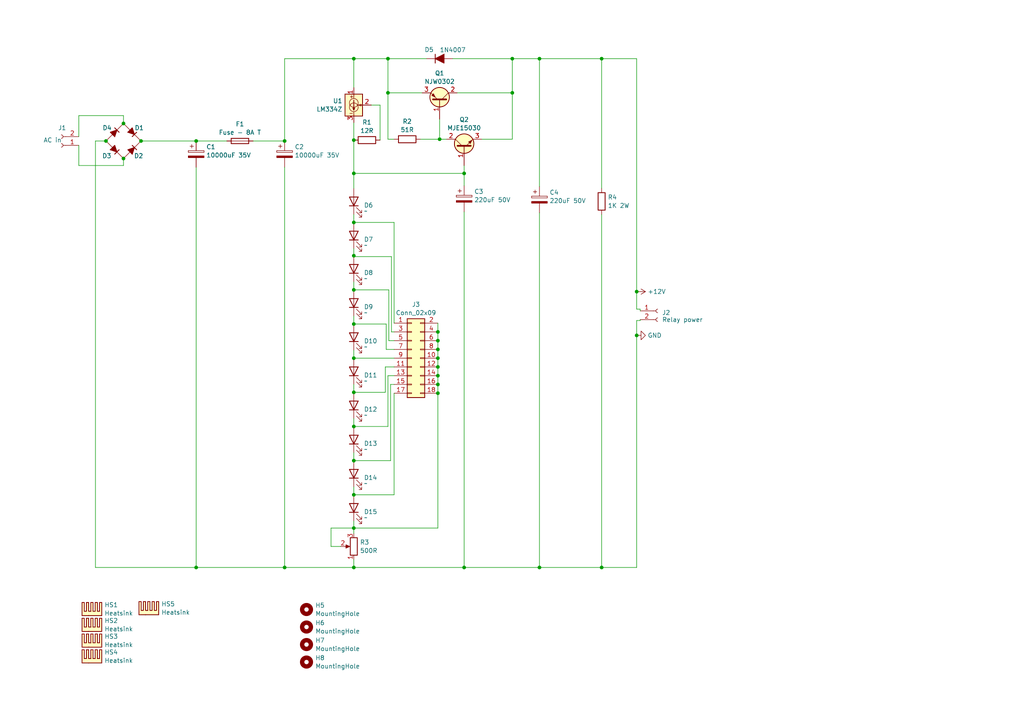
<source format=kicad_sch>
(kicad_sch (version 20231120) (generator "eeschema") (generator_version "8.0")
  (paper "A4")
  (lib_symbols
    (symbol "Connector:Conn_01x02_Socket" (pin_names (offset 1.016) hide)
      (property "Reference" "J" (at 0 2.54 0))
      (property "Value" "Conn_01x02_Socket" (at 0 -5.08 0))
      (symbol "Conn_01x02_Socket_1_1"
        (arc (start 0 -2.032) (mid -0.5058 -2.54) (end 0 -3.048) (stroke (width 0.1524)))
        (polyline (pts (xy -1.27 -2.54) (xy -0.508 -2.54)) (stroke (width 0.1524)))
        (polyline (pts (xy -1.27 0) (xy -0.508 0)) (stroke (width 0.1524)))
        (arc (start 0 0.508) (mid -0.5058 0) (end 0 -0.508) (stroke (width 0.1524)))
        (pin passive line (at -5.08 0 0) (length 3.81) (name "Pin_1") (number "1"))
        (pin passive line (at -5.08 -2.54 0) (length 3.81) (name "Pin_2") (number "2"))
      )
    )
    (symbol "Connector_Generic:Conn_02x09_Odd_Even" (pin_names (offset 1.016) hide)
      (property "Reference" "J" (at 1.27 12.7 0))
      (property "Value" "Conn_02x09_Odd_Even" (at 1.27 -12.7 0))
      (symbol "Conn_02x09_Odd_Even_1_1"
        (rectangle (start -1.27 -10.033) (end 0 -10.287) (stroke (width 0.1524)))
        (rectangle (start -1.27 -7.493) (end 0 -7.747) (stroke (width 0.1524)))
        (rectangle (start -1.27 -4.953) (end 0 -5.207) (stroke (width 0.1524)))
        (rectangle (start -1.27 -2.413) (end 0 -2.667) (stroke (width 0.1524)))
        (rectangle (start -1.27 0.127) (end 0 -0.127) (stroke (width 0.1524)))
        (rectangle (start -1.27 2.667) (end 0 2.413) (stroke (width 0.1524)))
        (rectangle (start -1.27 5.207) (end 0 4.953) (stroke (width 0.1524)))
        (rectangle (start -1.27 7.747) (end 0 7.493) (stroke (width 0.1524)))
        (rectangle (start -1.27 10.287) (end 0 10.033) (stroke (width 0.1524)))
        (rectangle (start -1.27 11.43) (end 3.81 -11.43) (stroke (width 0.254)) (fill (type background)))
        (rectangle (start 3.81 -10.033) (end 2.54 -10.287) (stroke (width 0.1524)))
        (rectangle (start 3.81 -7.493) (end 2.54 -7.747) (stroke (width 0.1524)))
        (rectangle (start 3.81 -4.953) (end 2.54 -5.207) (stroke (width 0.1524)))
        (rectangle (start 3.81 -2.413) (end 2.54 -2.667) (stroke (width 0.1524)))
        (rectangle (start 3.81 0.127) (end 2.54 -0.127) (stroke (width 0.1524)))
        (rectangle (start 3.81 2.667) (end 2.54 2.413) (stroke (width 0.1524)))
        (rectangle (start 3.81 5.207) (end 2.54 4.953) (stroke (width 0.1524)))
        (rectangle (start 3.81 7.747) (end 2.54 7.493) (stroke (width 0.1524)))
        (rectangle (start 3.81 10.287) (end 2.54 10.033) (stroke (width 0.1524)))
        (pin passive line (at -5.08 10.16 0) (length 3.81) (name "Pin_1") (number "1"))
        (pin passive line (at 7.62 0 180) (length 3.81) (name "Pin_10") (number "10"))
        (pin passive line (at -5.08 -2.54 0) (length 3.81) (name "Pin_11") (number "11"))
        (pin passive line (at 7.62 -2.54 180) (length 3.81) (name "Pin_12") (number "12"))
        (pin passive line (at -5.08 -5.08 0) (length 3.81) (name "Pin_13") (number "13"))
        (pin passive line (at 7.62 -5.08 180) (length 3.81) (name "Pin_14") (number "14"))
        (pin passive line (at -5.08 -7.62 0) (length 3.81) (name "Pin_15") (number "15"))
        (pin passive line (at 7.62 -7.62 180) (length 3.81) (name "Pin_16") (number "16"))
        (pin passive line (at -5.08 -10.16 0) (length 3.81) (name "Pin_17") (number "17"))
        (pin passive line (at 7.62 -10.16 180) (length 3.81) (name "Pin_18") (number "18"))
        (pin passive line (at 7.62 10.16 180) (length 3.81) (name "Pin_2") (number "2"))
        (pin passive line (at -5.08 7.62 0) (length 3.81) (name "Pin_3") (number "3"))
        (pin passive line (at 7.62 7.62 180) (length 3.81) (name "Pin_4") (number "4"))
        (pin passive line (at -5.08 5.08 0) (length 3.81) (name "Pin_5") (number "5"))
        (pin passive line (at 7.62 5.08 180) (length 3.81) (name "Pin_6") (number "6"))
        (pin passive line (at -5.08 2.54 0) (length 3.81) (name "Pin_7") (number "7"))
        (pin passive line (at 7.62 2.54 180) (length 3.81) (name "Pin_8") (number "8"))
        (pin passive line (at -5.08 0 0) (length 3.81) (name "Pin_9") (number "9"))
      )
    )
    (symbol "Device:C_Polarized" (pin_numbers hide) (pin_names (offset 0.254))
      (property "Reference" "C" (at 0.635 2.54 0))
      (property "Value" "C_Polarized" (at 0.635 -2.54 0))
      (symbol "C_Polarized_0_1"
        (rectangle (start -2.286 0.508) (end 2.286 1.016))
        (polyline (pts (xy -1.778 2.286) (xy -0.762 2.286)))
        (polyline (pts (xy -1.27 2.794) (xy -1.27 1.778)))
        (rectangle (start 2.286 -0.508) (end -2.286 -1.016) (fill (type outline)))
      )
      (symbol "C_Polarized_1_1"
        (pin passive line (at 0 3.81 270) (length 2.794) (name "~") (number "1"))
        (pin passive line (at 0 -3.81 90) (length 2.794) (name "~") (number "2"))
      )
    )
    (symbol "Device:D_45deg_Filled" (pin_numbers hide) (pin_names (offset 0) hide)
      (property "Reference" "D" (at 1.27 2.54 0))
      (property "Value" "D_45deg_Filled" (at 1.27 0 0))
      (symbol "D_45deg_Filled_0_1"
        (polyline (pts (xy -0.635 0.635) (xy -2.54 2.54)))
        (polyline (pts (xy 0 -1.27) (xy 1.27 0)) (stroke (width 0.254)))
        (polyline (pts (xy 2.54 -2.54) (xy 0.635 -0.635)))
      )
      (symbol "D_45deg_Filled_1_1"
        (polyline (pts (xy -1.27 0) (xy 0 1.27) (xy 0.635 -0.635) (xy -1.27 0)) (stroke (width 0.254)) (fill (type outline)))
        (pin passive line (at 2.54 -2.54 180) (length 0) (name "K") (number "1"))
        (pin passive line (at -2.54 2.54 0) (length 0) (name "A") (number "2"))
      )
    )
    (symbol "Device:D_Filled" (pin_numbers hide) (pin_names (offset 1.016) hide)
      (property "Reference" "D" (at 0 2.54 0))
      (property "Value" "D_Filled" (at 0 -2.54 0))
      (symbol "D_Filled_0_1"
        (polyline (pts (xy -1.27 1.27) (xy -1.27 -1.27)) (stroke (width 0.254)))
        (polyline (pts (xy 1.27 0) (xy -1.27 0)))
        (polyline (pts (xy 1.27 1.27) (xy 1.27 -1.27) (xy -1.27 0) (xy 1.27 1.27)) (stroke (width 0.254)) (fill (type outline)))
      )
      (symbol "D_Filled_1_1"
        (pin passive line (at -3.81 0 0) (length 2.54) (name "K") (number "1"))
        (pin passive line (at 3.81 0 180) (length 2.54) (name "A") (number "2"))
      )
    )
    (symbol "Device:Fuse" (pin_numbers hide) (pin_names (offset 0))
      (property "Reference" "F" (at 2.032 0 90))
      (property "Value" "Fuse" (at -1.905 0 90))
      (symbol "Fuse_0_1"
        (rectangle (start -0.762 -2.54) (end 0.762 2.54) (stroke (width 0.254)))
        (polyline (pts (xy 0 2.54) (xy 0 -2.54)))
      )
      (symbol "Fuse_1_1"
        (pin passive line (at 0 3.81 270) (length 1.27) (name "~") (number "1"))
        (pin passive line (at 0 -3.81 90) (length 1.27) (name "~") (number "2"))
      )
    )
    (symbol "Device:LED" (pin_numbers hide) (pin_names (offset 1.016) hide)
      (property "Reference" "D" (at 0 2.54 0))
      (property "Value" "LED" (at 0 -2.54 0))
      (symbol "LED_0_1"
        (polyline (pts (xy -1.27 -1.27) (xy -1.27 1.27)) (stroke (width 0.254)))
        (polyline (pts (xy -1.27 0) (xy 1.27 0)))
        (polyline (pts (xy 1.27 -1.27) (xy 1.27 1.27) (xy -1.27 0) (xy 1.27 -1.27)) (stroke (width 0.254)))
        (polyline (pts (xy -3.048 -0.762) (xy -4.572 -2.286) (xy -3.81 -2.286) (xy -4.572 -2.286) (xy -4.572 -1.524)))
        (polyline (pts (xy -1.778 -0.762) (xy -3.302 -2.286) (xy -2.54 -2.286) (xy -3.302 -2.286) (xy -3.302 -1.524)))
      )
      (symbol "LED_1_1"
        (pin passive line (at -3.81 0 0) (length 2.54) (name "K") (number "1"))
        (pin passive line (at 3.81 0 180) (length 2.54) (name "A") (number "2"))
      )
    )
    (symbol "Device:R" (pin_numbers hide) (pin_names (offset 0))
      (property "Reference" "R" (at 2.032 0 90))
      (property "Value" "R" (at 0 0 90))
      (symbol "R_0_1"
        (rectangle (start -1.016 -2.54) (end 1.016 2.54) (stroke (width 0.254)))
      )
      (symbol "R_1_1"
        (pin passive line (at 0 3.81 270) (length 1.27) (name "~") (number "1"))
        (pin passive line (at 0 -3.81 90) (length 1.27) (name "~") (number "2"))
      )
    )
    (symbol "Device:R_Potentiometer" (pin_names (offset 1.016) hide)
      (property "Reference" "RV" (at -4.445 0 90))
      (property "Value" "R_Potentiometer" (at -2.54 0 90))
      (symbol "R_Potentiometer_0_1"
        (polyline (pts (xy 2.54 0) (xy 1.524 0)))
        (polyline (pts (xy 1.143 0) (xy 2.286 0.508) (xy 2.286 -0.508) (xy 1.143 0)) (fill (type outline)))
        (rectangle (start 1.016 2.54) (end -1.016 -2.54) (stroke (width 0.254)))
      )
      (symbol "R_Potentiometer_1_1"
        (pin passive line (at 0 3.81 270) (length 1.27) (name "1") (number "1"))
        (pin passive line (at 3.81 0 180) (length 1.27) (name "2") (number "2"))
        (pin passive line (at 0 -3.81 90) (length 1.27) (name "3") (number "3"))
      )
    )
    (symbol "Mechanical:Heatsink" (pin_names (offset 1.016))
      (property "Reference" "HS" (at 0 5.08 0))
      (property "Value" "Heatsink" (at 0 -1.27 0))
      (symbol "Heatsink_0_1"
        (polyline (pts (xy -0.3302 1.27) (xy -0.9652 1.27) (xy -0.9652 3.81) (xy -1.6002 3.81) (xy -1.6002 1.27) (xy -2.2352 1.27) (xy -2.2352 3.81) (xy -2.8702 3.81) (xy -2.8702 0) (xy -0.9652 0)) (stroke (width 0.254)) (fill (type background)))
        (polyline (pts (xy -0.3302 1.27) (xy -0.3302 3.81) (xy 0.3048 3.81) (xy 0.3048 1.27) (xy 0.9398 1.27) (xy 0.9398 3.81) (xy 1.5748 3.81) (xy 1.5748 1.27) (xy 2.2098 1.27) (xy 2.2098 3.81) (xy 2.8448 3.81) (xy 2.8448 0) (xy -0.9652 0)) (stroke (width 0.254)) (fill (type background)))
      )
    )
    (symbol "Mechanical:MountingHole" (pin_names (offset 1.016)) (exclude_from_sim yes) (in_bom no)
      (property "Reference" "H" (at 0 5.08 0))
      (property "Value" "MountingHole" (at 0 3.175 0))
      (symbol "MountingHole_0_1"
        (circle (center 0 0) (radius 1.27) (stroke (width 1.27)))
      )
    )
    (symbol "Reference_Current:LM334Z"
      (property "Reference" "U" (at 0.635 6.35 0))
      (property "Value" "LM334Z" (at 0.635 4.445 0))
      (symbol "LM334Z_0_1"
        (rectangle (start -2.54 3.175) (end 2.54 -3.175) (stroke (width 0.254)) (fill (type background)))
        (circle (center 0 -0.635) (radius 1.27))
        (polyline (pts (xy -1.143 -2.413) (xy -0.381 -2.413)))
        (polyline (pts (xy -1.016 2.413) (xy -0.254 2.413)))
        (polyline (pts (xy -0.635 2.794) (xy -0.635 2.032)))
        (polyline (pts (xy 0 -1.905) (xy 0 -5.08)))
        (polyline (pts (xy 0 1.397) (xy 0 -1.397)) (stroke (width 0.254)))
        (polyline (pts (xy 0 5.08) (xy 0 1.905)))
        (polyline (pts (xy 2.54 0) (xy 1.27 0)))
        (polyline (pts (xy 0 -1.397) (xy -0.254 -0.889) (xy 0.254 -0.889) (xy 0 -1.397)) (stroke (width 0.254)))
        (polyline (pts (xy 1.27 0) (xy 2.159 0.254) (xy 2.159 -0.254) (xy 1.27 0)))
        (circle (center 0 0.635) (radius 1.27))
      )
      (symbol "LM334Z_1_1"
        (pin passive line (at 0 5.08 270) (length 2.54) (name "~") (number "1"))
        (pin passive line (at 5.08 0 180) (length 2.54) (name "~") (number "2"))
        (pin passive line (at 0 -5.08 90) (length 2.54) (name "~") (number "3"))
      )
    )
    (symbol "Transistor_BJT_AKL:MJE15030" (pin_names hide)
      (property "Reference" "Q" (at 5.08 1.27 0))
      (property "Value" "MJE15030" (at 5.08 -1.27 0))
      (symbol "MJE15030_0_1"
        (polyline (pts (xy 0.635 0.635) (xy 2.54 2.54)))
        (polyline (pts (xy 0.635 -0.635) (xy 2.54 -2.54) (xy 2.54 -2.54)))
        (polyline (pts (xy 0.635 1.905) (xy 0.635 -1.905) (xy 0.635 -1.905)) (stroke (width 0.508)))
        (polyline (pts (xy 1.27 -1.778) (xy 1.778 -1.27) (xy 2.286 -2.286) (xy 1.27 -1.778) (xy 1.27 -1.778)) (fill (type outline)))
        (circle (center 1.27 0) (radius 2.8194) (stroke (width 0.254)) (fill (type background)))
      )
      (symbol "MJE15030_1_1"
        (pin input line (at -5.08 0 0) (length 5.715) (name "B") (number "1"))
        (pin passive line (at 2.54 5.08 270) (length 2.54) (name "C") (number "2"))
        (pin passive line (at 2.54 -5.08 90) (length 2.54) (name "E") (number "3"))
      )
    )
    (symbol "Transistor_BJT_AKL:NJW0302" (pin_names hide)
      (property "Reference" "Q" (at 5.08 1.27 0))
      (property "Value" "NJW0302" (at 5.08 -1.27 0))
      (symbol "NJW0302_0_1"
        (polyline (pts (xy 0.635 -0.635) (xy 2.54 -2.54)))
        (polyline (pts (xy 0.635 -1.905) (xy 0.635 1.905) (xy 0.635 1.905)) (stroke (width 0.508)))
        (polyline (pts (xy 0.635 0.635) (xy 2.54 2.54) (xy 2.54 2.54)))
        (polyline (pts (xy 2.286 1.778) (xy 1.778 2.286) (xy 1.27 1.27) (xy 2.286 1.778) (xy 2.286 1.778)) (fill (type outline)))
        (circle (center 1.27 0) (radius 2.8194) (stroke (width 0.254)) (fill (type background)))
      )
      (symbol "NJW0302_1_1"
        (pin input line (at -5.08 0 0) (length 5.715) (name "B") (number "1"))
        (pin passive line (at 2.54 -5.08 90) (length 2.54) (name "C") (number "2"))
        (pin passive line (at 2.54 5.08 270) (length 2.54) (name "E") (number "3"))
      )
    )
    (symbol "power:+12V" (power) (pin_numbers hide) (pin_names (offset 0) hide)
      (property "Value" "+12V" (at 0 3.556 0))
      (symbol "+12V_0_1"
        (polyline (pts (xy -0.762 1.27) (xy 0 2.54)))
        (polyline (pts (xy 0 0) (xy 0 2.54)))
        (polyline (pts (xy 0 2.54) (xy 0.762 1.27)))
      )
      (symbol "+12V_1_1"
        (pin power_in line (at 0 0 90) (length 0) (name "~") (number "1"))
      )
    )
    (symbol "power:GND" (power) (pin_numbers hide) (pin_names (offset 0) hide)
      (property "Value" "GND" (at 0 -3.81 0))
      (symbol "GND_0_1"
        (polyline (pts (xy 0 0) (xy 0 -1.27) (xy 1.27 -1.27) (xy 0 -2.54) (xy -1.27 -1.27) (xy 0 -1.27)))
      )
      (symbol "GND_1_1"
        (pin power_in line (at 0 0 270) (length 0) (name "~") (number "1"))
      )
    )
  )
  (junction (at 102.616 133.604))
  (junction (at 127 96.266))
  (junction (at 156.464 17.018))
  (junction (at 184.658 97.282))
  (junction (at 174.498 164.592))
  (junction (at 127 98.806))
  (junction (at 102.616 164.592))
  (junction (at 102.616 143.51))
  (junction (at 102.616 64.516))
  (junction (at 102.616 50.292))
  (junction (at 102.616 40.64))
  (junction (at 127 108.966))
  (junction (at 35.814 45.974))
  (junction (at 102.616 113.792))
  (junction (at 112.522 17.018))
  (junction (at 127 101.346))
  (junction (at 102.616 123.698))
  (junction (at 156.464 164.592))
  (junction (at 56.896 164.592))
  (junction (at 102.616 153.162))
  (junction (at 102.616 74.168))
  (junction (at 40.894 40.894))
  (junction (at 102.616 103.886))
  (junction (at 82.55 164.592))
  (junction (at 127 114.046))
  (junction (at 174.498 17.018))
  (junction (at 102.616 17.018))
  (junction (at 35.814 35.814))
  (junction (at 134.62 50.292))
  (junction (at 184.658 84.582))
  (junction (at 148.59 17.018))
  (junction (at 134.62 164.592))
  (junction (at 127 103.886))
  (junction (at 82.55 40.894))
  (junction (at 102.616 93.98))
  (junction (at 102.616 84.074))
  (junction (at 127 111.506))
  (junction (at 127 106.426))
  (junction (at 30.734 40.894))
  (junction (at 56.896 40.894))
  (junction (at 127.508 40.386))
  (junction (at 112.522 26.924))
  (junction (at 148.59 26.924))
  (wire (pts (xy 82.55 164.592) (xy 56.896 164.592)))
  (wire (pts (xy 156.464 17.018) (xy 156.464 54.102)))
  (wire (pts (xy 127 111.506) (xy 127 114.046)))
  (wire (pts (xy 114.3 40.386) (xy 112.522 40.386)))
  (wire (pts (xy 102.616 93.98) (xy 112.014 93.98)))
  (wire (pts (xy 112.522 26.924) (xy 122.428 26.924)))
  (wire (pts (xy 113.538 96.266) (xy 114.3 96.266)))
  (wire (pts (xy 27.686 40.894) (xy 27.686 164.592)))
  (wire (pts (xy 185.674 90.17) (xy 185.674 89.662)))
  (wire (pts (xy 102.616 74.168) (xy 102.616 74.422)))
  (wire (pts (xy 22.86 33.528) (xy 22.86 39.624)))
  (wire (pts (xy 102.616 162.306) (xy 102.616 164.592)))
  (wire (pts (xy 102.616 103.886) (xy 114.3 103.886)))
  (wire (pts (xy 174.498 164.592) (xy 184.658 164.592)))
  (wire (pts (xy 127.508 40.386) (xy 129.54 40.386)))
  (wire (pts (xy 102.616 50.292) (xy 102.616 54.61)))
  (wire (pts (xy 112.014 101.346) (xy 114.3 101.346)))
  (wire (pts (xy 107.696 30.48) (xy 110.236 30.48)))
  (wire (pts (xy 102.616 153.162) (xy 127 153.162)))
  (wire (pts (xy 121.92 40.386) (xy 127.508 40.386)))
  (wire (pts (xy 112.522 40.386) (xy 112.522 26.924)))
  (wire (pts (xy 102.616 143.51) (xy 114.3 143.51)))
  (wire (pts (xy 30.734 40.894) (xy 27.686 40.894)))
  (wire (pts (xy 110.236 30.48) (xy 110.236 40.64)))
  (wire (pts (xy 148.59 26.924) (xy 148.59 17.018)))
  (wire (pts (xy 156.464 164.592) (xy 134.62 164.592)))
  (wire (pts (xy 22.86 42.164) (xy 22.86 48.006)))
  (wire (pts (xy 185.674 92.71) (xy 185.674 92.964)))
  (wire (pts (xy 102.616 84.074) (xy 112.776 84.074)))
  (wire (pts (xy 114.3 143.51) (xy 114.3 114.046)))
  (wire (pts (xy 102.616 17.018) (xy 82.55 17.018)))
  (wire (pts (xy 148.59 26.924) (xy 132.588 26.924)))
  (wire (pts (xy 114.3 98.806) (xy 112.776 98.806)))
  (wire (pts (xy 174.498 54.61) (xy 174.498 17.018)))
  (wire (pts (xy 111.76 106.426) (xy 111.76 113.792)))
  (wire (pts (xy 113.538 74.422) (xy 113.538 96.266)))
  (wire (pts (xy 22.86 48.006) (xy 35.814 48.006)))
  (wire (pts (xy 102.616 50.292) (xy 134.62 50.292)))
  (wire (pts (xy 114.3 64.516) (xy 114.3 93.726)))
  (wire (pts (xy 148.59 17.018) (xy 131.318 17.018)))
  (wire (pts (xy 174.498 164.592) (xy 156.464 164.592)))
  (wire (pts (xy 185.674 89.662) (xy 184.658 89.662)))
  (wire (pts (xy 35.814 35.814) (xy 35.814 33.528)))
  (wire (pts (xy 56.896 40.894) (xy 65.786 40.894)))
  (wire (pts (xy 73.406 40.894) (xy 82.55 40.894)))
  (wire (pts (xy 127 101.346) (xy 127 103.886)))
  (wire (pts (xy 134.62 48.006) (xy 134.62 50.292)))
  (wire (pts (xy 35.814 48.006) (xy 35.814 45.974)))
  (wire (pts (xy 174.498 62.23) (xy 174.498 164.592)))
  (wire (pts (xy 102.616 111.506) (xy 102.616 113.792)))
  (wire (pts (xy 134.62 164.592) (xy 134.62 61.468)))
  (wire (pts (xy 102.616 133.604) (xy 113.284 133.604)))
  (wire (pts (xy 127 93.726) (xy 127 96.266)))
  (wire (pts (xy 112.522 26.924) (xy 112.522 17.018)))
  (wire (pts (xy 184.658 17.018) (xy 174.498 17.018)))
  (wire (pts (xy 127.508 34.544) (xy 127.508 40.386)))
  (wire (pts (xy 40.894 40.894) (xy 56.896 40.894)))
  (wire (pts (xy 102.616 141.224) (xy 102.616 143.51)))
  (wire (pts (xy 102.616 81.788) (xy 102.616 84.074)))
  (wire (pts (xy 102.616 151.13) (xy 102.616 153.162)))
  (wire (pts (xy 114.3 111.506) (xy 113.284 111.506)))
  (wire (pts (xy 134.62 50.292) (xy 134.62 53.848)))
  (wire (pts (xy 184.658 92.964) (xy 184.658 97.282)))
  (wire (pts (xy 102.616 72.136) (xy 102.616 74.168)))
  (wire (pts (xy 148.59 40.386) (xy 148.59 26.924)))
  (wire (pts (xy 127 106.426) (xy 127 108.966)))
  (wire (pts (xy 184.658 17.018) (xy 184.658 84.582)))
  (wire (pts (xy 112.014 93.98) (xy 112.014 101.346)))
  (wire (pts (xy 185.674 92.964) (xy 184.658 92.964)))
  (wire (pts (xy 102.616 123.698) (xy 112.522 123.698)))
  (wire (pts (xy 127 96.266) (xy 127 98.806)))
  (wire (pts (xy 156.464 61.722) (xy 156.464 164.592)))
  (wire (pts (xy 102.616 153.162) (xy 96.012 153.162)))
  (wire (pts (xy 148.59 17.018) (xy 156.464 17.018)))
  (wire (pts (xy 102.616 35.56) (xy 102.616 40.64)))
  (wire (pts (xy 102.616 113.792) (xy 111.76 113.792)))
  (wire (pts (xy 102.616 101.6) (xy 102.616 103.886)))
  (wire (pts (xy 27.686 164.592) (xy 56.896 164.592)))
  (wire (pts (xy 102.616 131.318) (xy 102.616 133.604)))
  (wire (pts (xy 102.616 62.23) (xy 102.616 64.516)))
  (wire (pts (xy 102.616 40.64) (xy 102.616 50.292)))
  (wire (pts (xy 111.76 106.426) (xy 114.3 106.426)))
  (wire (pts (xy 127 114.046) (xy 127 153.162)))
  (wire (pts (xy 114.3 108.966) (xy 112.522 108.966)))
  (wire (pts (xy 127 103.886) (xy 127 106.426)))
  (wire (pts (xy 102.616 74.422) (xy 113.538 74.422)))
  (wire (pts (xy 82.55 48.514) (xy 82.55 164.592)))
  (wire (pts (xy 184.658 97.282) (xy 184.658 164.592)))
  (wire (pts (xy 123.698 17.018) (xy 112.522 17.018)))
  (wire (pts (xy 102.616 91.694) (xy 102.616 93.98)))
  (wire (pts (xy 112.776 98.806) (xy 112.776 84.074)))
  (wire (pts (xy 139.7 40.386) (xy 148.59 40.386)))
  (wire (pts (xy 96.012 153.162) (xy 96.012 158.496)))
  (wire (pts (xy 82.55 164.592) (xy 102.616 164.592)))
  (wire (pts (xy 112.522 108.966) (xy 112.522 123.698)))
  (wire (pts (xy 112.522 17.018) (xy 102.616 17.018)))
  (wire (pts (xy 174.498 17.018) (xy 156.464 17.018)))
  (wire (pts (xy 102.616 121.412) (xy 102.616 123.698)))
  (wire (pts (xy 102.616 164.592) (xy 134.62 164.592)))
  (wire (pts (xy 56.896 164.592) (xy 56.896 48.514)))
  (wire (pts (xy 102.616 153.162) (xy 102.616 154.686)))
  (wire (pts (xy 102.616 17.018) (xy 102.616 25.4)))
  (wire (pts (xy 127 108.966) (xy 127 111.506)))
  (wire (pts (xy 113.284 111.506) (xy 113.284 133.604)))
  (wire (pts (xy 184.658 89.662) (xy 184.658 84.582)))
  (wire (pts (xy 96.012 158.496) (xy 98.806 158.496)))
  (wire (pts (xy 102.616 64.516) (xy 114.3 64.516)))
  (wire (pts (xy 35.814 33.528) (xy 22.86 33.528)))
  (wire (pts (xy 127 98.806) (xy 127 101.346)))
  (wire (pts (xy 82.55 17.018) (xy 82.55 40.894)))
  (symbol (lib_id "Reference_Current:LM334Z") (at 102.616 30.48 0) (unit 1)
    (property "Reference" "U1" (at 99.3141 29.2678 0) (effects (justify right)))
    (property "Value" "LM334Z" (at 99.3141 31.6921 0) (effects (justify right)))
    (property "Footprint" "Package_TO_SOT_THT:TO-92_Inline" (effects (hide yes)))
    (property "Datasheet" "http://www.ti.com/lit/ds/symlink/lm134.pdf" (effects (hide yes)))
    (property "Description" "1μA to 10mA 3-Terminal Adjustable Current Source, TO-92" (effects (hide yes)))
  )
  (symbol (lib_id "Device:D_45deg_Filled") (at 33.274 43.434 0) (unit 1)
    (property "Reference" "D3" (at 30.988 45.212 0))
    (property "Value" "D_45deg_Filled" (effects (hide yes)))
    (property "Footprint" "Package_TO_SOT_THT:TO-220-2_Vertical" (effects (hide yes)))
    (property "Description" "Diode, filled, rotated by 45°" (effects (hide yes)))
    (property "Sim.Device" "D" (effects (hide yes)))
    (property "Sim.Pins" "1=K 2=A" (effects (hide yes)))
  )
  (symbol (lib_id "Device:C_Polarized") (at 56.896 44.704 0) (unit 1)
    (property "Reference" "C1" (at 59.817 42.6028 0) (effects (justify left)))
    (property "Value" "10000uF 35V" (at 59.817 45.0271 0) (effects (justify left)))
    (property "Footprint" "Capacitor_THT:CP_Radial_D30.0mm_P10.00mm_SnapIn" (effects (hide yes)))
    (property "Description" "Polarized capacitor" (effects (hide yes)))
  )
  (symbol (lib_id "Mechanical:MountingHole") (at 88.9 176.784 0) (unit 1) (exclude_from_sim yes) (in_bom no)
    (property "Reference" "H5" (at 91.44 175.5718 0) (effects (justify left)))
    (property "Value" "MountingHole" (at 91.44 177.9961 0) (effects (justify left)))
    (property "Footprint" "MountingHole:MountingHole_3.2mm_M3_DIN965" (effects (hide yes)))
    (property "Description" "Mounting Hole without connection" (effects (hide yes)))
  )
  (symbol (lib_id "Device:R") (at 106.426 40.64 270) (unit 1)
    (property "Reference" "R1" (at 106.426 35.4795 90))
    (property "Value" "12R" (at 106.426 37.9038 90))
    (property "Footprint" "Resistor_THT:R_Axial_DIN0207_L6.3mm_D2.5mm_P10.16mm_Horizontal" (effects (hide yes)))
    (property "Description" "Resistor" (effects (hide yes)))
  )
  (symbol (lib_id "Device:C_Polarized") (at 156.464 57.912 0) (unit 1)
    (property "Reference" "C4" (at 159.385 55.8108 0) (effects (justify left)))
    (property "Value" "220uF 50V" (at 159.385 58.2351 0) (effects (justify left)))
    (property "Footprint" "Capacitor_THT:CP_Radial_D10.0mm_P5.00mm" (effects (hide yes)))
    (property "Description" "Polarized capacitor" (effects (hide yes)))
  )
  (symbol (lib_id "Mechanical:MountingHole") (at 88.9 181.864 0) (unit 1) (exclude_from_sim yes) (in_bom no)
    (property "Reference" "H6" (at 91.44 180.6518 0) (effects (justify left)))
    (property "Value" "MountingHole" (at 91.44 183.0761 0) (effects (justify left)))
    (property "Footprint" "MountingHole:MountingHole_3.2mm_M3_DIN965" (effects (hide yes)))
    (property "Description" "Mounting Hole without connection" (effects (hide yes)))
  )
  (symbol (lib_id "Connector:Conn_01x02_Socket") (at 17.78 42.164 180) (unit 1)
    (property "Reference" "J1" (at 18.034 37.084 0))
    (property "Value" "AC in" (at 15.24 40.64 0))
    (property "Footprint" "THE_PREAMP_CONN_POWER_5_08:TBP01R1-508-02BK" (effects (hide yes)))
    (property "Description" "Generic connector, single row, 01x02, script generated" (effects (hide yes)))
  )
  (symbol (lib_id "Device:LED") (at 102.616 107.696 90) (unit 1)
    (property "Reference" "D11" (at 105.537 108.8143 90) (effects (justify right)))
    (property "Value" "~" (at 105.537 110.4957 90) (effects (justify right)))
    (property "Footprint" "LED_THT:LED_Rectangular_W5.0mm_H2.0mm" (effects (hide yes)))
    (property "Description" "Light emitting diode" (effects (hide yes)))
  )
  (symbol (lib_id "Transistor_BJT_AKL:NJW0302") (at 127.508 29.464 90) (unit 1)
    (property "Reference" "Q1" (at 127.508 21.2301 90))
    (property "Value" "NJW0302" (at 127.508 23.6544 90))
    (property "Footprint" "Package_TO_SOT_THT_AKL:TO-3P-3_Vertical_BCE" (effects (hide yes)))
    (property "Datasheet" "https://www.tme.eu/Document/c00600003ba658adb98c9626329f9be6/NJW0281_NJW0302.pdf" (effects (hide yes)))
    (property "Description" "PNP TO-3P power transistor, 250V, 15A, 150W, Complementary to NJW0281, Alternate KiCAD Library" (effects (hide yes)))
  )
  (symbol (lib_id "Device:LED") (at 102.616 137.414 90) (unit 1)
    (property "Reference" "D14" (at 105.537 138.5323 90) (effects (justify right)))
    (property "Value" "~" (at 105.537 140.2137 90) (effects (justify right)))
    (property "Footprint" "LED_THT:LED_Rectangular_W5.0mm_H2.0mm" (effects (hide yes)))
    (property "Description" "Light emitting diode" (effects (hide yes)))
  )
  (symbol (lib_id "Device:C_Polarized") (at 82.55 44.704 0) (unit 1)
    (property "Reference" "C2" (at 85.471 42.6028 0) (effects (justify left)))
    (property "Value" "10000uF 35V" (at 85.471 45.0271 0) (effects (justify left)))
    (property "Footprint" "Capacitor_THT:CP_Radial_D30.0mm_P10.00mm_SnapIn" (effects (hide yes)))
    (property "Description" "Polarized capacitor" (effects (hide yes)))
  )
  (symbol (lib_id "Device:R") (at 174.498 58.42 180) (unit 1)
    (property "Reference" "R4" (at 176.276 57.2078 0) (effects (justify right)))
    (property "Value" "1K 2W" (at 176.276 59.6321 0) (effects (justify right)))
    (property "Footprint" "Resistor_THT:R_Axial_DIN0414_L11.9mm_D4.5mm_P15.24mm_Horizontal" (effects (hide yes)))
    (property "Description" "Resistor" (effects (hide yes)))
  )
  (symbol (lib_id "Mechanical:Heatsink") (at 26.67 178.562 0) (unit 1)
    (property "Reference" "HS1" (at 30.2768 175.4448 0) (effects (justify left)))
    (property "Value" "Heatsink" (at 30.2768 177.8691 0) (effects (justify left)))
    (property "Footprint" "ThePreAmp_PSU_Heatsinks:Heatsink_Fischer_SK145-STS_29x12mm_2xDrill2.5mm" (effects (hide yes)))
    (property "Description" "Heatsink" (effects (hide yes)))
  )
  (symbol (lib_id "Device:R") (at 118.11 40.386 90) (unit 1)
    (property "Reference" "R2" (at 118.11 35.2255 90))
    (property "Value" "51R" (at 118.11 37.6498 90))
    (property "Footprint" "Resistor_THT:R_Axial_DIN0207_L6.3mm_D2.5mm_P10.16mm_Horizontal" (effects (hide yes)))
    (property "Description" "Resistor" (effects (hide yes)))
  )
  (symbol (lib_id "Device:C_Polarized") (at 134.62 57.658 0) (unit 1)
    (property "Reference" "C3" (at 137.541 55.5568 0) (effects (justify left)))
    (property "Value" "220uF 50V" (at 137.541 57.9811 0) (effects (justify left)))
    (property "Footprint" "Capacitor_THT:CP_Radial_D10.0mm_P5.00mm" (effects (hide yes)))
    (property "Description" "Polarized capacitor" (effects (hide yes)))
  )
  (symbol (lib_id "Device:R_Potentiometer") (at 102.616 158.496 180) (unit 1)
    (property "Reference" "R3" (at 104.394 157.2838 0) (effects (justify right)))
    (property "Value" "500R" (at 104.394 159.7081 0) (effects (justify right)))
    (property "Footprint" "Potentiometer_THT:Potentiometer_Bourns_3296W_Vertical" (effects (hide yes)))
    (property "Description" "Potentiometer" (effects (hide yes)))
  )
  (symbol (lib_id "Mechanical:Heatsink") (at 26.67 192.278 0) (unit 1)
    (property "Reference" "HS4" (at 30.2768 189.1608 0) (effects (justify left)))
    (property "Value" "Heatsink" (at 30.2768 191.5851 0) (effects (justify left)))
    (property "Footprint" "ThePreAmp_PSU_Heatsinks:Heatsink_Fischer_SK145-STS_29x12mm_2xDrill2.5mm" (effects (hide yes)))
    (property "Description" "Heatsink" (effects (hide yes)))
  )
  (symbol (lib_id "Device:D_Filled") (at 127.508 17.018 0) (unit 1)
    (property "Reference" "D5" (at 124.46 14.4202 0))
    (property "Value" "1N4007" (at 131.318 14.478 0))
    (property "Footprint" "Diode_THT:D_DO-41_SOD81_P7.62mm_Horizontal" (effects (hide yes)))
    (property "Description" "Diode, filled shape" (effects (hide yes)))
    (property "Sim.Device" "D" (effects (hide yes)))
    (property "Sim.Pins" "1=K 2=A" (effects (hide yes)))
  )
  (symbol (lib_id "Device:LED") (at 102.616 77.978 90) (unit 1)
    (property "Reference" "D8" (at 105.537 79.0963 90) (effects (justify right)))
    (property "Value" "~" (at 105.537 80.7777 90) (effects (justify right)))
    (property "Footprint" "LED_THT:LED_Rectangular_W5.0mm_H2.0mm" (effects (hide yes)))
    (property "Description" "Light emitting diode" (effects (hide yes)))
  )
  (symbol (lib_id "Device:LED") (at 102.616 97.79 90) (unit 1)
    (property "Reference" "D10" (at 105.537 98.9083 90) (effects (justify right)))
    (property "Value" "~" (at 105.537 100.5897 90) (effects (justify right)))
    (property "Footprint" "LED_THT:LED_Rectangular_W5.0mm_H2.0mm" (effects (hide yes)))
    (property "Description" "Light emitting diode" (effects (hide yes)))
  )
  (symbol (lib_id "power:GND") (at 184.658 97.282 90) (unit 1)
    (property "Reference" "#PWR01" (effects (hide yes)))
    (property "Value" "GND" (at 187.833 97.282 90) (effects (justify right)))
    (property "Description" "Power symbol creates a global label with name \"GND\" , ground" (effects (hide yes)))
  )
  (symbol (lib_id "Device:LED") (at 102.616 58.42 90) (unit 1)
    (property "Reference" "D6" (at 105.537 59.5383 90) (effects (justify right)))
    (property "Value" "~" (at 105.537 61.2197 90) (effects (justify right)))
    (property "Footprint" "LED_THT:LED_Rectangular_W5.0mm_H2.0mm" (effects (hide yes)))
    (property "Description" "Light emitting diode" (effects (hide yes)))
  )
  (symbol (lib_id "Device:LED") (at 102.616 127.508 90) (unit 1)
    (property "Reference" "D13" (at 105.537 128.6263 90) (effects (justify right)))
    (property "Value" "~" (at 105.537 130.3077 90) (effects (justify right)))
    (property "Footprint" "LED_THT:LED_Rectangular_W5.0mm_H2.0mm" (effects (hide yes)))
    (property "Description" "Light emitting diode" (effects (hide yes)))
  )
  (symbol (lib_id "Device:D_45deg_Filled") (at 38.354 43.434 90) (unit 1)
    (property "Reference" "D2" (at 38.862 45.212 90) (effects (justify right)))
    (property "Value" "D_45deg_Filled" (effects (hide yes)))
    (property "Footprint" "Package_TO_SOT_THT:TO-220-2_Vertical" (effects (hide yes)))
    (property "Description" "Diode, filled, rotated by 45°" (effects (hide yes)))
    (property "Sim.Device" "D" (effects (hide yes)))
    (property "Sim.Pins" "1=K 2=A" (effects (hide yes)))
  )
  (symbol (lib_id "Mechanical:MountingHole") (at 88.9 192.024 0) (unit 1) (exclude_from_sim yes) (in_bom no)
    (property "Reference" "H8" (at 91.44 190.8118 0) (effects (justify left)))
    (property "Value" "MountingHole" (at 91.44 193.2361 0) (effects (justify left)))
    (property "Footprint" "MountingHole:MountingHole_3.2mm_M3_DIN965" (effects (hide yes)))
    (property "Description" "Mounting Hole without connection" (effects (hide yes)))
  )
  (symbol (lib_id "Transistor_BJT_AKL:MJE15030") (at 134.62 42.926 90) (unit 1)
    (property "Reference" "Q2" (at 134.62 34.6921 90))
    (property "Value" "MJE15030" (at 134.62 37.1164 90))
    (property "Footprint" "Package_TO_SOT_THT_AKL:TO-220-3_Vertical_BCE" (effects (hide yes)))
    (property "Datasheet" "https://www.tme.eu/Document/47fe1dcfd012a18931b1dab0af749e5f/MJE15030G.PDF" (effects (hide yes)))
    (property "Description" "NPN TO-220 power transistor, 150V, 8A, 50W, Complementary to MJE15031, Alternate KiCAD Library" (effects (hide yes)))
  )
  (symbol (lib_id "Device:LED") (at 102.616 68.326 90) (unit 1)
    (property "Reference" "D7" (at 105.537 69.4443 90) (effects (justify right)))
    (property "Value" "~" (at 105.537 71.1257 90) (effects (justify right)))
    (property "Footprint" "LED_THT:LED_Rectangular_W5.0mm_H2.0mm" (effects (hide yes)))
    (property "Description" "Light emitting diode" (effects (hide yes)))
  )
  (symbol (lib_id "power:+12V") (at 184.658 84.582 270) (unit 1)
    (property "Reference" "#PWR02" (effects (hide yes)))
    (property "Value" "+12V" (at 187.833 84.582 90) (effects (justify left)))
    (property "Description" "Power symbol creates a global label with name \"+12V\"" (effects (hide yes)))
  )
  (symbol (lib_id "Connector_Generic:Conn_02x09_Odd_Even") (at 119.38 103.886 0) (unit 1)
    (property "Reference" "J3" (at 120.65 88.3115 0))
    (property "Value" "Conn_02x09" (at 120.65 90.7358 0))
    (property "Footprint" "Connector_PinHeader_2.54mm:PinHeader_2x09_P2.54mm_Vertical" (effects (hide yes)))
    (property "Description" "Generic connector, double row, 02x09, odd/even pin numbering scheme (row 1 odd numbers, row 2 even numbers), script generated (kicad-library-utils/schlib/autogen/connector/)" (effects (hide yes)))
  )
  (symbol (lib_id "Device:D_45deg_Filled") (at 33.274 38.354 90) (unit 1)
    (property "Reference" "D4" (at 29.718 37.084 90) (effects (justify right)))
    (property "Value" "D_45deg_Filled" (effects (hide yes)))
    (property "Footprint" "Package_TO_SOT_THT:TO-220-2_Vertical" (effects (hide yes)))
    (property "Description" "Diode, filled, rotated by 45°" (effects (hide yes)))
    (property "Sim.Device" "D" (effects (hide yes)))
    (property "Sim.Pins" "1=K 2=A" (effects (hide yes)))
  )
  (symbol (lib_id "Mechanical:Heatsink") (at 26.67 183.134 0) (unit 1)
    (property "Reference" "HS2" (at 30.2768 180.0168 0) (effects (justify left)))
    (property "Value" "Heatsink" (at 30.2768 182.4411 0) (effects (justify left)))
    (property "Footprint" "ThePreAmp_PSU_Heatsinks:Heatsink_Fischer_SK145-STS_29x12mm_2xDrill2.5mm" (effects (hide yes)))
    (property "Description" "Heatsink" (effects (hide yes)))
  )
  (symbol (lib_id "Device:LED") (at 102.616 117.602 90) (unit 1)
    (property "Reference" "D12" (at 105.537 118.7203 90) (effects (justify right)))
    (property "Value" "~" (at 105.537 120.4017 90) (effects (justify right)))
    (property "Footprint" "LED_THT:LED_Rectangular_W5.0mm_H2.0mm" (effects (hide yes)))
    (property "Description" "Light emitting diode" (effects (hide yes)))
  )
  (symbol (lib_id "Mechanical:Heatsink") (at 26.67 187.706 0) (unit 1)
    (property "Reference" "HS3" (at 30.2768 184.5888 0) (effects (justify left)))
    (property "Value" "Heatsink" (at 30.2768 187.0131 0) (effects (justify left)))
    (property "Footprint" "ThePreAmp_PSU_Heatsinks:Heatsink_Fischer_SK145-STS_29x12mm_2xDrill2.5mm" (effects (hide yes)))
    (property "Description" "Heatsink" (effects (hide yes)))
  )
  (symbol (lib_id "Mechanical:MountingHole") (at 88.9 186.944 0) (unit 1) (exclude_from_sim yes) (in_bom no)
    (property "Reference" "H7" (at 91.44 185.7318 0) (effects (justify left)))
    (property "Value" "MountingHole" (at 91.44 188.1561 0) (effects (justify left)))
    (property "Footprint" "MountingHole:MountingHole_3.2mm_M3_DIN965" (effects (hide yes)))
    (property "Description" "Mounting Hole without connection" (effects (hide yes)))
  )
  (symbol (lib_id "Device:D_45deg_Filled") (at 38.354 38.354 0) (unit 1)
    (property "Reference" "D1" (at 40.386 37.084 0))
    (property "Value" "D_45deg_Filled" (effects (hide yes)))
    (property "Footprint" "Package_TO_SOT_THT:TO-220-2_Vertical" (effects (hide yes)))
    (property "Description" "Diode, filled, rotated by 45°" (effects (hide yes)))
    (property "Sim.Device" "D" (effects (hide yes)))
    (property "Sim.Pins" "1=K 2=A" (effects (hide yes)))
  )
  (symbol (lib_id "Device:LED") (at 102.616 147.32 90) (unit 1)
    (property "Reference" "D15" (at 105.537 148.4383 90) (effects (justify right)))
    (property "Value" "~" (at 105.537 150.1197 90) (effects (justify right)))
    (property "Footprint" "LED_THT:LED_Rectangular_W5.0mm_H2.0mm" (effects (hide yes)))
    (property "Description" "Light emitting diode" (effects (hide yes)))
  )
  (symbol (lib_id "Device:Fuse") (at 69.596 40.894 90) (unit 1)
    (property "Reference" "F1" (at 69.596 35.9875 90))
    (property "Value" "Fuse - 8A T" (at 69.596 38.4118 90))
    (property "Footprint" "ThePreAmp_PSU_Fuseholder:Keystone fuseholder 4527" (effects (hide yes)))
    (property "Description" "Fuse" (effects (hide yes)))
  )
  (symbol (lib_id "Connector:Conn_01x02_Socket") (at 190.754 90.17 0) (unit 1)
    (property "Reference" "J2" (at 192.024 90.678 0) (effects (justify left)))
    (property "Value" "Relay power" (at 192.024 92.71 0) (effects (justify left)))
    (property "Footprint" "THE_PREAMP_CONN_POWER_5_08:TBP01R1-508-02BK" (effects (hide yes)))
    (property "Description" "Generic connector, single row, 01x02, script generated" (effects (hide yes)))
  )
  (symbol (lib_id "Device:LED") (at 102.616 87.884 90) (unit 1)
    (property "Reference" "D9" (at 105.537 89.0023 90) (effects (justify right)))
    (property "Value" "~" (at 105.537 90.6837 90) (effects (justify right)))
    (property "Footprint" "LED_THT:LED_Rectangular_W5.0mm_H2.0mm" (effects (hide yes)))
    (property "Description" "Light emitting diode" (effects (hide yes)))
  )
  (symbol (lib_id "Mechanical:Heatsink") (at 43.18 178.308 0) (unit 1)
    (property "Reference" "HS5" (at 46.7868 175.1908 0) (effects (justify left)))
    (property "Value" "Heatsink" (at 46.7868 177.6151 0) (effects (justify left)))
    (property "Footprint" "ThePreAmp_PSU_Heatsinks:Heatsink_Fischer_SK129-STS_42x25mm_2xDrill2.5mm" (effects (hide yes)))
    (property "Description" "Heatsink" (effects (hide yes)))
  )
)
</source>
